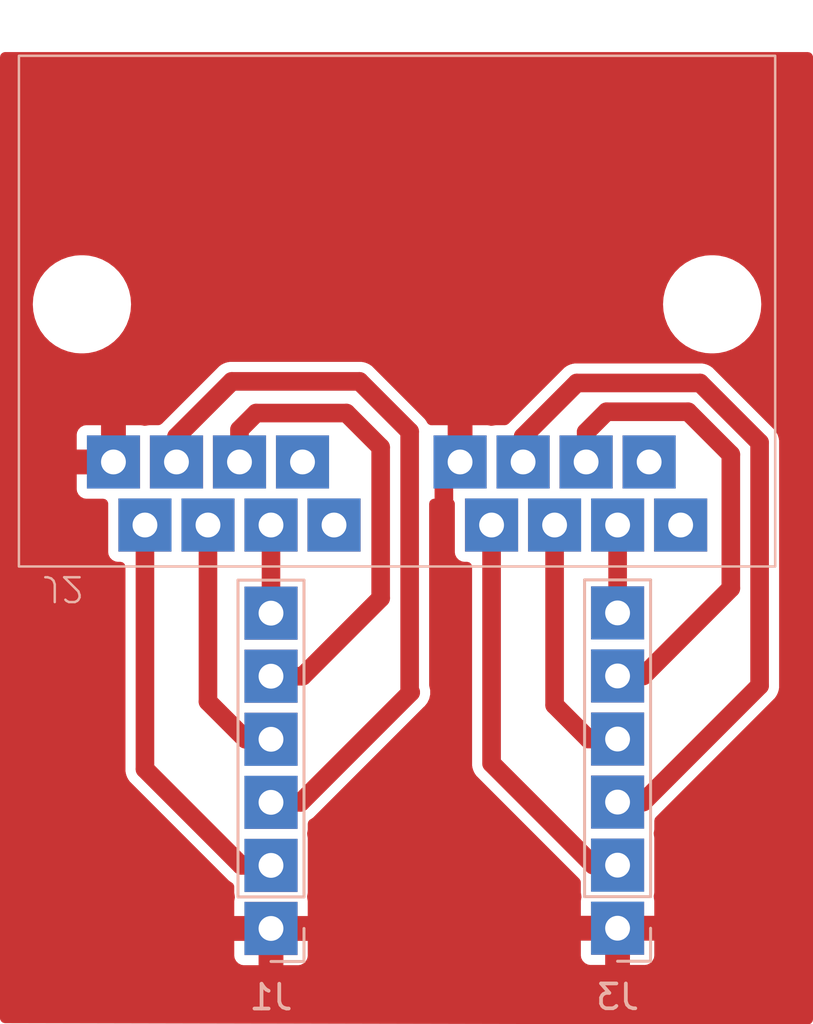
<source format=kicad_pcb>
(kicad_pcb (version 20221018) (generator pcbnew)
  (layers (0 "F.Cu" signal) (31 "B.Cu" signal) (34 "B.Paste" user) (35 "F.Paste" user) (36 "B.SilkS" user "B.Silkscreen") (37 "F.SilkS" user "F.Silkscreen") (38 "B.Mask" user) (39 "F.Mask" user) (44 "Edge.Cuts" user))
  (net 0 "")
  (net 1 "GND")
  (net 2 "/Ethernet_Breakout/Blue")
  (net 3 "/Ethernet_Breakout/Blue_White")
  (net 4 "/Ethernet_Breakout/Green")
  (net 5 "/Ethernet_Breakout/Green_White")
  (net 6 "/Ethernet_Breakout/Orange")
  (net 9 "/Ethernet_Breakout/Blue_2")
  (net 10 "/Ethernet_Breakout/Blue_White_2")
  (net 11 "/Ethernet_Breakout/Green_2")
  (net 12 "/Ethernet_Breakout/Green_White_2")
  (net 13 "/Ethernet_Breakout/Orange_2")
  (footprint "TE_2xRJ45:TE_2xRJ45" (layer "B.Cu") (at 16.002 10.435)
    (fp_text reference "J2" (at -13.462 11.176 180 unlocked) (layer "B.SilkS") (effects (font (thickness 0.1)) (justify mirror)))
    (fp_text value "2xRJ_45")
    (fp_rect (start 15.24 -10.285) (end -15.24 10.285) (stroke (width 0.1)) (fill none) (layer "B.SilkS"))
    (pad "" np_thru_hole circle (at -12.7 -0.275) (size 3.25 3.25) (drill 3.45) (layers "F&B.Cu" "*.Mask"))
    (pad "" np_thru_hole circle (at 12.7 -0.275) (size 3.45 3.45) (drill 3.45) (layers "F&B.Cu" "*.Mask"))
    (pad "1_1" thru_hole rect (at -11.43 6.075) (size 2.14 2.14) (drill 1) (layers "*.Cu" "*.Mask") (net 1 "GND"))
    (pad "1_2" thru_hole rect (at -10.16 8.615) (size 2.14 2.14) (drill 1) (layers "*.Cu" "*.Mask") (net 2 "/Ethernet_Breakout/Blue"))
    (pad "1_3" thru_hole rect (at -8.89 6.075) (size 2.14 2.14) (drill 1) (layers "*.Cu" "*.Mask") (net 3 "/Ethernet_Breakout/Blue_White"))
    (pad "1_4" thru_hole rect (at -7.62 8.615) (size 2.14 2.14) (drill 1) (layers "*.Cu" "*.Mask") (net 4 "/Ethernet_Breakout/Green"))
    (pad "1_5" thru_hole rect (at -6.35 6.075) (size 2.14 2.14) (drill 1) (layers "*.Cu" "*.Mask") (net 5 "/Ethernet_Breakout/Green_White"))
    (pad "1_6" thru_hole rect (at -5.08 8.615) (size 2.14 2.14) (drill 1) (layers "*.Cu" "*.Mask") (net 6 "/Ethernet_Breakout/Orange"))
    (pad "1_7" thru_hole rect (at -3.81 6.075) (size 2.14 2.14) (drill 1) (layers "*.Cu" "*.Mask"))
    (pad "1_8" thru_hole rect (at -2.54 8.615) (size 2.14 2.14) (drill 1) (layers "*.Cu" "*.Mask"))
    (pad "2_1" thru_hole rect (at 2.54 6.075) (size 2.14 2.14) (drill 1) (layers "*.Cu" "*.Mask") (net 1 "GND"))
    (pad "2_2" thru_hole rect (at 3.81 8.615) (size 2.14 2.14) (drill 1) (layers "*.Cu" "*.Mask") (net 9 "/Ethernet_Breakout/Blue_2"))
    (pad "2_3" thru_hole rect (at 5.08 6.075) (size 2.14 2.14) (drill 1) (layers "*.Cu" "*.Mask") (net 10 "/Ethernet_Breakout/Blue_White_2"))
    (pad "2_4" thru_hole rect (at 6.35 8.615) (size 2.14 2.14) (drill 1) (layers "*.Cu" "*.Mask") (net 11 "/Ethernet_Breakout/Green_2"))
    (pad "2_5" thru_hole rect (at 7.62 6.075) (size 2.14 2.14) (drill 1) (layers "*.Cu" "*.Mask") (net 12 "/Ethernet_Breakout/Green_White_2"))
    (pad "2_6" thru_hole rect (at 8.89 8.615) (size 2.14 2.14) (drill 1) (layers "*.Cu" "*.Mask") (net 13 "/Ethernet_Breakout/Orange_2"))
    (pad "2_7" thru_hole rect (at 10.16 6.075) (size 2.14 2.14) (drill 1) (layers "*.Cu" "*.Mask"))
    (pad "2_8" thru_hole rect (at 11.43 8.615) (size 2.14 2.14) (drill 1) (layers "*.Cu" "*.Mask"))
  )
  (footprint "Connector_PinSocket_2.54mm:PinSocket_1x06_P2.54mm_Vertical" (layer "B.Cu") (at 24.89 35.29)
    (fp_text reference "J3" (at 0 2.77) (layer "B.SilkS") (effects (justify mirror)))
    (fp_text value "Conn_01x06_Pin" hide)
    (fp_line (start -1.33 -14.03) (end 1.33 -14.03) (stroke (width 0.12)) (layer "B.SilkS"))
    (fp_line (start -1.33 -1.27) (end -1.33 -14.03) (stroke (width 0.12)) (layer "B.SilkS"))
    (fp_line (start -1.33 -1.27) (end 1.33 -1.27) (stroke (width 0.12)) (layer "B.SilkS"))
    (fp_line (start 0 1.33) (end 1.33 1.33) (stroke (width 0.12)) (layer "B.SilkS"))
    (fp_line (start 1.33 -1.27) (end 1.33 -14.03) (stroke (width 0.12)) (layer "B.SilkS"))
    (fp_line (start 1.33 1.33) (end 1.33 0) (stroke (width 0.12)) (layer "B.SilkS"))
    (pad "1" thru_hole rect (at 0 0) (size 2.14 2.14) (drill 1) (layers "*.Cu" "*.Mask") (net 1 "GND"))
    (pad "2" thru_hole rect (at 0 -2.54) (size 2.14 2.14) (drill 1) (layers "*.Cu" "*.Mask") (net 9 "/Ethernet_Breakout/Blue_2"))
    (pad "3" thru_hole rect (at 0 -5.08) (size 2.14 2.14) (drill 1) (layers "*.Cu" "*.Mask") (net 10 "/Ethernet_Breakout/Blue_White_2"))
    (pad "4" thru_hole rect (at 0 -7.62) (size 2.14 2.14) (drill 1) (layers "*.Cu" "*.Mask") (net 11 "/Ethernet_Breakout/Green_2"))
    (pad "5" thru_hole rect (at 0 -10.16) (size 2.14 2.14) (drill 1) (layers "*.Cu" "*.Mask") (net 12 "/Ethernet_Breakout/Green_White_2"))
    (pad "6" thru_hole rect (at 0 -12.7) (size 2.14 2.14) (drill 1) (layers "*.Cu" "*.Mask") (net 13 "/Ethernet_Breakout/Orange_2"))
  )
  (footprint "Connector_PinSocket_2.54mm:PinSocket_1x06_P2.54mm_Vertical" (layer "B.Cu") (at 10.922 35.3)
    (fp_text reference "J1" (at 0 2.77) (layer "B.SilkS") (effects (justify mirror)))
    (fp_text value "Conn_01x06_Pin" hide)
    (fp_line (start -1.33 -14.03) (end 1.33 -14.03) (stroke (width 0.12)) (layer "B.SilkS"))
    (fp_line (start -1.33 -1.27) (end -1.33 -14.03) (stroke (width 0.12)) (layer "B.SilkS"))
    (fp_line (start -1.33 -1.27) (end 1.33 -1.27) (stroke (width 0.12)) (layer "B.SilkS"))
    (fp_line (start 0 1.33) (end 1.33 1.33) (stroke (width 0.12)) (layer "B.SilkS"))
    (fp_line (start 1.33 -1.27) (end 1.33 -14.03) (stroke (width 0.12)) (layer "B.SilkS"))
    (fp_line (start 1.33 1.33) (end 1.33 0) (stroke (width 0.12)) (layer "B.SilkS"))
    (pad "1" thru_hole rect (at 0 0) (size 2.14 2.14) (drill 1) (layers "*.Cu" "*.Mask") (net 1 "GND"))
    (pad "2" thru_hole rect (at 0 -2.54) (size 2.14 2.14) (drill 1) (layers "*.Cu" "*.Mask") (net 2 "/Ethernet_Breakout/Blue"))
    (pad "3" thru_hole rect (at 0 -5.08) (size 2.14 2.14) (drill 1) (layers "*.Cu" "*.Mask") (net 3 "/Ethernet_Breakout/Blue_White"))
    (pad "4" thru_hole rect (at 0 -7.62) (size 2.14 2.14) (drill 1) (layers "*.Cu" "*.Mask") (net 4 "/Ethernet_Breakout/Green"))
    (pad "5" thru_hole rect (at 0 -10.16) (size 2.14 2.14) (drill 1) (layers "*.Cu" "*.Mask") (net 5 "/Ethernet_Breakout/Green_White"))
    (pad "6" thru_hole rect (at 0 -12.7) (size 2.14 2.14) (drill 1) (layers "*.Cu" "*.Mask") (net 6 "/Ethernet_Breakout/Orange"))
  )
  (segment (start 18.542 16.51) (end 17.89 17.162) (width 0.75) (layer "F.Cu") (net 1))
  (segment (start 17.89 17.162) (end 17.89 18.94) (width 0.75) (layer "F.Cu") (net 1))
  (segment (start 9.722 32.76) (end 10.922 32.76) (width 0.75) (layer "F.Cu") (net 2))
  (segment (start 5.842 28.88) (end 9.722 32.76) (width 0.75) (layer "F.Cu") (net 2))
  (segment (start 5.842 19.05) (end 5.842 28.88) (width 0.75) (layer "F.Cu") (net 2))
  (segment (start 16.552 25.79) (end 12.122 30.22) (width 0.75) (layer "F.Cu") (net 3))
  (segment (start 9.341 13.265) (end 14.490122 13.265) (width 0.75) (layer "F.Cu") (net 3))
  (segment (start 7.112 16.51) (end 7.112 15.494) (width 0.75) (layer "F.Cu") (net 3))
  (segment (start 14.490122 13.265) (end 16.51 15.284878) (width 0.75) (layer "F.Cu") (net 3))
  (segment (start 16.51 25.748) (end 16.552 25.79) (width 0.75) (layer "F.Cu") (net 3))
  (segment (start 7.112 15.494) (end 9.341 13.265) (width 0.75) (layer "F.Cu") (net 3))
  (segment (start 16.51 15.284878) (end 16.51 25.748) (width 0.75) (layer "F.Cu") (net 3))
  (segment (start 12.122 30.22) (end 10.922 30.22) (width 0.75) (layer "F.Cu") (net 3))
  (segment (start 8.382 19.05) (end 8.382 26.162) (width 0.75) (layer "F.Cu") (net 4))
  (segment (start 8.382 26.162) (end 9.9 27.68) (width 0.75) (layer "F.Cu") (net 4))
  (segment (start 9.9 27.68) (end 10.922 27.68) (width 0.75) (layer "F.Cu") (net 4))
  (segment (start 9.652 16.51) (end 9.652 15.21) (width 0.75) (layer "F.Cu") (net 5))
  (segment (start 15.342 21.996) (end 12.198 25.14) (width 0.75) (layer "F.Cu") (net 5))
  (segment (start 12.198 25.14) (end 10.922 25.14) (width 0.75) (layer "F.Cu") (net 5))
  (segment (start 15.342 15.92) (end 15.342 21.996) (width 0.75) (layer "F.Cu") (net 5))
  (segment (start 13.962 14.54) (end 15.342 15.92) (width 0.75) (layer "F.Cu") (net 5))
  (segment (start 9.652 15.21) (end 10.322 14.54) (width 0.75) (layer "F.Cu") (net 5))
  (segment (start 10.322 14.54) (end 13.962 14.54) (width 0.75) (layer "F.Cu") (net 5))
  (segment (start 10.922 19.05) (end 10.922 22.6) (width 0.75) (layer "F.Cu") (net 6))
  (segment (start 19.812 28.6512) (end 23.9108 32.75) (width 0.75) (layer "F.Cu") (net 9))
  (segment (start 19.812 19.05) (end 19.812 28.6512) (width 0.75) (layer "F.Cu") (net 9))
  (segment (start 23.9108 32.75) (end 24.89 32.75) (width 0.75) (layer "F.Cu") (net 9))
  (segment (start 30.614 25.52) (end 25.924 30.21) (width 0.75) (layer "F.Cu") (net 10))
  (segment (start 21.082 15.494) (end 23.248 13.328) (width 0.75) (layer "F.Cu") (net 10))
  (segment (start 28.213146 13.328) (end 30.614 15.728854) (width 0.75) (layer "F.Cu") (net 10))
  (segment (start 25.924 30.21) (end 24.89 30.21) (width 0.75) (layer "F.Cu") (net 10))
  (segment (start 23.248 13.328) (end 28.213146 13.328) (width 0.75) (layer "F.Cu") (net 10))
  (segment (start 30.614 15.728854) (end 30.614 25.52) (width 0.75) (layer "F.Cu") (net 10))
  (segment (start 21.082 16.51) (end 21.082 15.494) (width 0.75) (layer "F.Cu") (net 10))
  (segment (start 23.72 27.67) (end 24.89 27.67) (width 0.75) (layer "F.Cu") (net 11))
  (segment (start 22.352 26.302) (end 23.72 27.67) (width 0.75) (layer "F.Cu") (net 11))
  (segment (start 22.352 19.05) (end 22.352 26.302) (width 0.75) (layer "F.Cu") (net 11))
  (segment (start 24.444 14.488) (end 27.732658 14.488) (width 0.75) (layer "F.Cu") (net 12))
  (segment (start 29.454 21.6) (end 25.924 25.13) (width 0.75) (layer "F.Cu") (net 12))
  (segment (start 25.924 25.13) (end 24.89 25.13) (width 0.75) (layer "F.Cu") (net 12))
  (segment (start 27.732658 14.488) (end 29.454 16.209342) (width 0.75) (layer "F.Cu") (net 12))
  (segment (start 23.622 15.31) (end 24.444 14.488) (width 0.75) (layer "F.Cu") (net 12))
  (segment (start 23.622 16.51) (end 23.622 15.31) (width 0.75) (layer "F.Cu") (net 12))
  (segment (start 29.454 16.209342) (end 29.454 21.6) (width 0.75) (layer "F.Cu") (net 12))
  (segment (start 24.892 19.05) (end 24.892 22.588) (width 0.75) (layer "F.Cu") (net 13))
  (segment (start 24.892 22.588) (end 24.89 22.59) (width 0.75) (layer "F.Cu") (net 13))
  (zone (net 1) (net_name "GND") (layer "F.Cu") (connect_pads (clearance 0.41)) (min_thickness 0.41) (fill yes (thermal_gap 0.41) (thermal_bridge_width 1))
    (polygon (pts (xy 0 0) (xy 0 39.116) (xy 32.766 39.1668) (xy 32.766 0)))
  )
)
</source>
